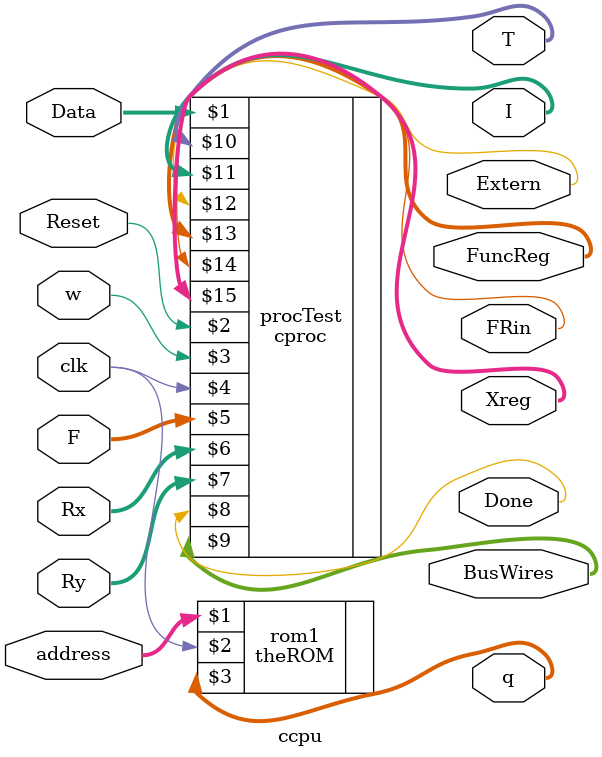
<source format=v>
module ccpu(Data, Reset, w, clk, F, Rx, Ry, Done, BusWires, T, I, Extern, FuncReg, FRin, Xreg, address, q);


//	input in;
//	output out;
//	assign out = in;

	//trial3
	input [3:0] address;
	output [15:0] q;
	
	
	output FRin;
	output [0:3] Xreg;
	output [0:3]T;	
	output [0:3]I;
	output Extern;
	output [0:5] FuncReg;
	input [7:0] Data;
	input Reset, w, clk;
	input [1:0] F, Rx, Ry;
	output wire [7:0] BusWires;
	output Done;
	
	cproc procTest(Data, Reset, w, clk, F, Rx, Ry, Done, BusWires, T, I, Extern, FuncReg, FRin, Xreg);
	
	theROM rom1 (address, clk, q);
	
endmodule
</source>
